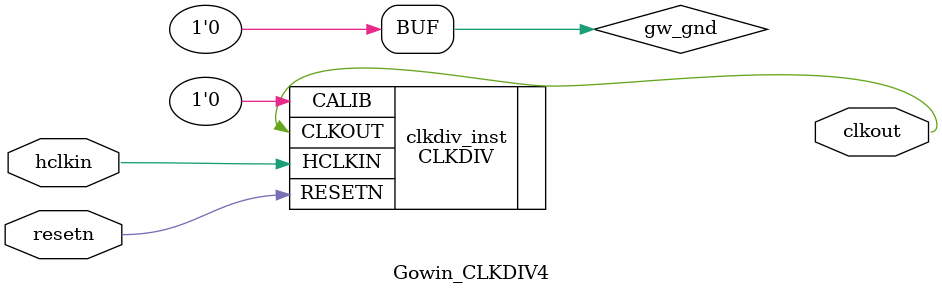
<source format=v>

module Gowin_CLKDIV4 (clkout, hclkin, resetn);

output clkout;
input hclkin;
input resetn;

wire gw_gnd;

assign gw_gnd = 1'b0;

CLKDIV clkdiv_inst (
    .CLKOUT(clkout),
    .HCLKIN(hclkin),
    .RESETN(resetn),
    .CALIB(gw_gnd)
);

defparam clkdiv_inst.DIV_MODE = "4";
defparam clkdiv_inst.GSREN = "false";

endmodule //Gowin_CLKDIV4

</source>
